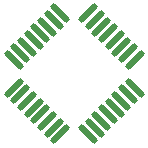
<source format=gtp>
G04 #@! TF.GenerationSoftware,KiCad,Pcbnew,9.0.6*
G04 #@! TF.CreationDate,2026-01-07T21:29:58-06:00*
G04 #@! TF.ProjectId,QFP-32_7x7_P0.8,5146502d-3332-45f3-9778-375f50302e38,rev?*
G04 #@! TF.SameCoordinates,Original*
G04 #@! TF.FileFunction,Paste,Top*
G04 #@! TF.FilePolarity,Positive*
%FSLAX46Y46*%
G04 Gerber Fmt 4.6, Leading zero omitted, Abs format (unit mm)*
G04 Created by KiCad (PCBNEW 9.0.6) date 2026-01-07 21:29:58*
%MOMM*%
%LPD*%
G01*
G04 APERTURE LIST*
G04 Aperture macros list*
%AMRoundRect*
0 Rectangle with rounded corners*
0 $1 Rounding radius*
0 $2 $3 $4 $5 $6 $7 $8 $9 X,Y pos of 4 corners*
0 Add a 4 corners polygon primitive as box body*
4,1,4,$2,$3,$4,$5,$6,$7,$8,$9,$2,$3,0*
0 Add four circle primitives for the rounded corners*
1,1,$1+$1,$2,$3*
1,1,$1+$1,$4,$5*
1,1,$1+$1,$6,$7*
1,1,$1+$1,$8,$9*
0 Add four rect primitives between the rounded corners*
20,1,$1+$1,$2,$3,$4,$5,0*
20,1,$1+$1,$4,$5,$6,$7,0*
20,1,$1+$1,$6,$7,$8,$9,0*
20,1,$1+$1,$8,$9,$2,$3,0*%
G04 Aperture macros list end*
%ADD10RoundRect,0.137500X-0.707107X0.512652X0.512652X-0.707107X0.707107X-0.512652X-0.512652X0.707107X0*%
%ADD11RoundRect,0.137500X-0.707107X-0.512652X-0.512652X-0.707107X0.707107X0.512652X0.512652X0.707107X0*%
G04 APERTURE END LIST*
D10*
X137261506Y-115521708D03*
X136695821Y-116087393D03*
X136130135Y-116653079D03*
X135564450Y-117218764D03*
X134998764Y-117784450D03*
X134433079Y-118350135D03*
X133867393Y-118915821D03*
X133301708Y-119481506D03*
D11*
X133301708Y-121818494D03*
X133867393Y-122384179D03*
X134433079Y-122949865D03*
X134998764Y-123515550D03*
X135564450Y-124081236D03*
X136130135Y-124646921D03*
X136695821Y-125212607D03*
X137261506Y-125778292D03*
D10*
X139598494Y-125778292D03*
X140164179Y-125212607D03*
X140729865Y-124646921D03*
X141295550Y-124081236D03*
X141861236Y-123515550D03*
X142426921Y-122949865D03*
X142992607Y-122384179D03*
X143558292Y-121818494D03*
D11*
X143558292Y-119481506D03*
X142992607Y-118915821D03*
X142426921Y-118350135D03*
X141861236Y-117784450D03*
X141295550Y-117218764D03*
X140729865Y-116653079D03*
X140164179Y-116087393D03*
X139598494Y-115521708D03*
M02*

</source>
